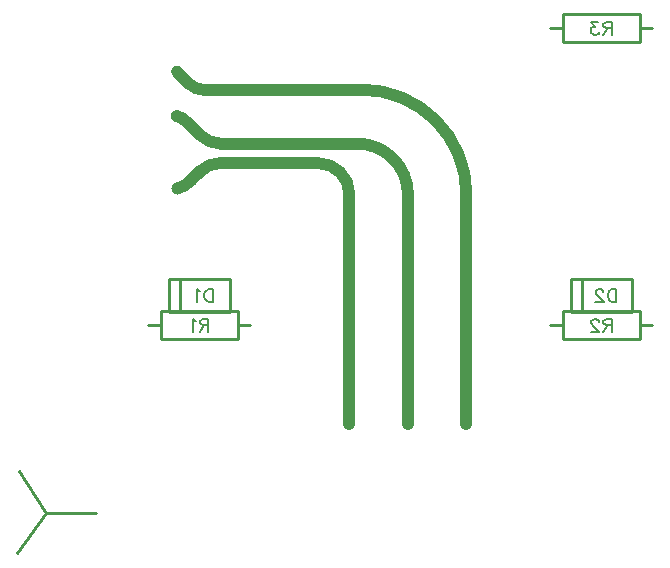
<source format=gbo>
G04 Layer: BottomSilkscreenLayer*
G04 EasyEDA v6.5.46, 2025-06-24 12:35:43*
G04 Gerber Generator version 0.2*
G04 Scale: 100 percent, Rotated: No, Reflected: No *
G04 Dimensions in millimeters *
G04 leading zeros omitted , absolute positions ,4 integer and 5 decimal *
%FSLAX45Y45*%
%MOMM*%

%ADD10C,0.1524*%
%ADD11C,0.2540*%
%ADD12C,1.0000*%

%LPD*%
D10*
X4610110Y2998208D02*
G01*
X4610110Y2889242D01*
X4610110Y2998208D02*
G01*
X4573788Y2998208D01*
X4558040Y2993128D01*
X4547880Y2982714D01*
X4542546Y2972300D01*
X4537466Y2956552D01*
X4537466Y2930644D01*
X4542546Y2915150D01*
X4547880Y2904736D01*
X4558040Y2894322D01*
X4573788Y2889242D01*
X4610110Y2889242D01*
X4503176Y2977380D02*
G01*
X4492762Y2982714D01*
X4477014Y2998208D01*
X4477014Y2889242D01*
X8026417Y2998208D02*
G01*
X8026417Y2889242D01*
X8026417Y2998208D02*
G01*
X7990095Y2998208D01*
X7974347Y2993128D01*
X7964187Y2982714D01*
X7958853Y2972300D01*
X7953773Y2956552D01*
X7953773Y2930644D01*
X7958853Y2915150D01*
X7964187Y2904736D01*
X7974347Y2894322D01*
X7990095Y2889242D01*
X8026417Y2889242D01*
X7914149Y2972300D02*
G01*
X7914149Y2977380D01*
X7909069Y2987794D01*
X7903735Y2993128D01*
X7893321Y2998208D01*
X7872747Y2998208D01*
X7862333Y2993128D01*
X7856999Y2987794D01*
X7851919Y2977380D01*
X7851919Y2966966D01*
X7856999Y2956552D01*
X7867413Y2941058D01*
X7919483Y2889242D01*
X7846585Y2889242D01*
X4572035Y2744208D02*
G01*
X4572035Y2635242D01*
X4572035Y2744208D02*
G01*
X4525299Y2744208D01*
X4509805Y2739128D01*
X4504471Y2733794D01*
X4499391Y2723380D01*
X4499391Y2712966D01*
X4504471Y2702552D01*
X4509805Y2697472D01*
X4525299Y2692392D01*
X4572035Y2692392D01*
X4535713Y2692392D02*
G01*
X4499391Y2635242D01*
X4465101Y2723380D02*
G01*
X4454687Y2728714D01*
X4438939Y2744208D01*
X4438939Y2635242D01*
X7988317Y2744208D02*
G01*
X7988317Y2635242D01*
X7988317Y2744208D02*
G01*
X7941581Y2744208D01*
X7926087Y2739128D01*
X7920753Y2733794D01*
X7915673Y2723380D01*
X7915673Y2712966D01*
X7920753Y2702552D01*
X7926087Y2697472D01*
X7941581Y2692392D01*
X7988317Y2692392D01*
X7951995Y2692392D02*
G01*
X7915673Y2635242D01*
X7876049Y2718300D02*
G01*
X7876049Y2723380D01*
X7870969Y2733794D01*
X7865635Y2739128D01*
X7855221Y2744208D01*
X7834647Y2744208D01*
X7824233Y2739128D01*
X7818899Y2733794D01*
X7813819Y2723380D01*
X7813819Y2712966D01*
X7818899Y2702552D01*
X7829313Y2687058D01*
X7881383Y2635242D01*
X7808485Y2635242D01*
X7988317Y5258828D02*
G01*
X7988317Y5149862D01*
X7988317Y5258828D02*
G01*
X7941581Y5258828D01*
X7926087Y5253748D01*
X7920753Y5248414D01*
X7915673Y5238000D01*
X7915673Y5227586D01*
X7920753Y5217172D01*
X7926087Y5212092D01*
X7941581Y5207012D01*
X7988317Y5207012D01*
X7951995Y5207012D02*
G01*
X7915673Y5149862D01*
X7870969Y5258828D02*
G01*
X7813819Y5258828D01*
X7844807Y5217172D01*
X7829313Y5217172D01*
X7818899Y5212092D01*
X7813819Y5207012D01*
X7808485Y5191264D01*
X7808485Y5180850D01*
X7813819Y5165356D01*
X7824233Y5154942D01*
X7839727Y5149862D01*
X7855221Y5149862D01*
X7870969Y5154942D01*
X7876049Y5160022D01*
X7881383Y5170436D01*
D11*
X4235815Y2806392D02*
G01*
X4755814Y2806392D01*
X4755814Y2806392D02*
G01*
X4755814Y3086392D01*
X4235815Y3086392D02*
G01*
X4755814Y3086392D01*
X4235815Y2806392D02*
G01*
X4235815Y3086392D01*
X4331741Y2806392D02*
G01*
X4331741Y3086392D01*
X7639408Y2806392D02*
G01*
X8159407Y2806392D01*
X8159407Y2806392D02*
G01*
X8159407Y3086392D01*
X7639408Y3086392D02*
G01*
X8159407Y3086392D01*
X7639408Y2806392D02*
G01*
X7639408Y3086392D01*
X7735333Y2806392D02*
G01*
X7735333Y3086392D01*
X4927693Y2692392D02*
G01*
X4820815Y2692392D01*
X4170814Y2691988D02*
G01*
X4063936Y2691988D01*
X4820815Y2577391D02*
G01*
X4820815Y2807393D01*
X4820815Y2807393D02*
G01*
X4170814Y2807393D01*
X4170814Y2804391D02*
G01*
X4170814Y2580393D01*
X4170814Y2577391D02*
G01*
X4820815Y2577391D01*
X8331286Y2692392D02*
G01*
X8224408Y2692392D01*
X7574406Y2691988D02*
G01*
X7467528Y2691988D01*
X8224408Y2577391D02*
G01*
X8224408Y2807393D01*
X8224408Y2807393D02*
G01*
X7574406Y2807393D01*
X7574406Y2804391D02*
G01*
X7574406Y2580393D01*
X7574406Y2577391D02*
G01*
X8224408Y2577391D01*
X7467528Y5206987D02*
G01*
X7574406Y5206987D01*
X8224408Y5207391D02*
G01*
X8331286Y5207391D01*
X7574406Y5321988D02*
G01*
X7574406Y5091986D01*
X7574406Y5091986D02*
G01*
X8224408Y5091986D01*
X8224408Y5094988D02*
G01*
X8224408Y5318986D01*
X8224408Y5321988D02*
G01*
X7574406Y5321988D01*
X3200400Y1104900D02*
G01*
X3621399Y1104900D01*
X3200400Y1104900D02*
G01*
X2966872Y1455191D01*
X3200400Y1104900D02*
G01*
X2954690Y763043D01*
D12*
X6756400Y3797300D02*
G01*
X6756400Y1854200D01*
X5765800Y3810000D02*
G01*
X5765800Y1854200D01*
X6261100Y3797300D02*
G01*
X6261100Y1854200D01*
X4669091Y4064000D02*
G01*
X5499100Y4064000D01*
X4503346Y3995346D02*
G01*
X4481636Y3973636D01*
X4677074Y4229100D02*
G01*
X5829300Y4229100D01*
X4533900Y4686300D02*
G01*
X5867400Y4686300D01*
X4410471Y4733528D02*
G01*
X4383443Y4760556D01*
X4314263Y4829736D02*
G01*
X4410471Y4733528D01*
X4497699Y4303400D02*
G01*
X4472071Y4329028D01*
X4389823Y4411276D02*
G01*
X4497699Y4303400D01*
X4426546Y3918546D02*
G01*
X4503346Y3995346D01*
G75*
G01*
X5867400Y4686300D02*
G02*
X6756400Y3797300I0J-889000D01*
G75*
G01*
X5829300Y4229100D02*
G02*
X6261100Y3797300I0J-431800D01*
G75*
G01*
X5499100Y4064000D02*
G02*
X5765800Y3797300I0J-266700D01*
G75*
G01*
X4524492Y4686300D02*
G02*
X4410471Y4733529I0J161249D01*
G75*
G01*
X4677075Y4229100D02*
G02*
X4497700Y4303400I0J253672D01*
G75*
G01*
X4669092Y4064000D02*
G03*
X4503346Y3995346I-1J-234399D01*
G75*
G01*
X4305938Y4837493D02*
G02*
X4314264Y4829736I-105303J-121372D01*
G75*
G01*
X4303022Y4462496D02*
G02*
X4389824Y4411276I-55933J-193953D01*
G75*
G01*
X4309255Y3847940D02*
G03*
X4426547Y3918547I-83442J271340D01*
M02*

</source>
